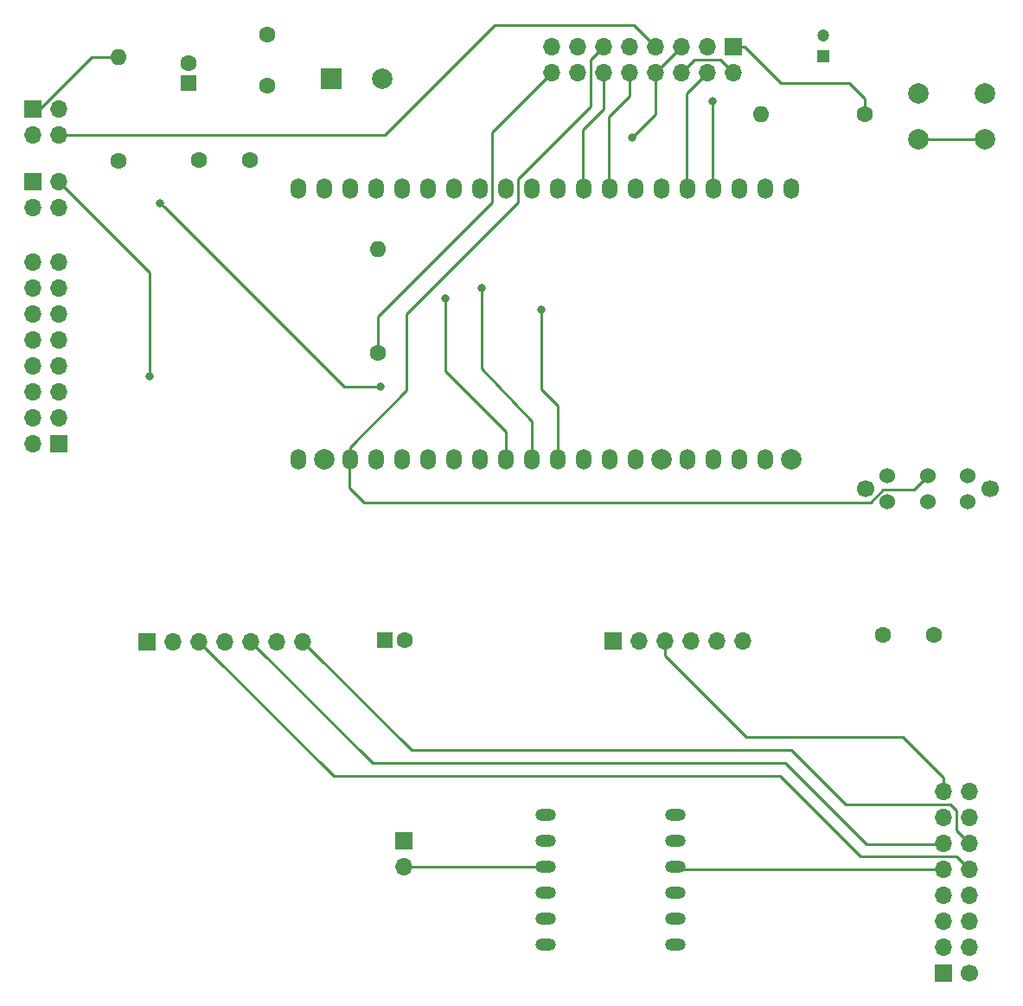
<source format=gbr>
G04 #@! TF.GenerationSoftware,KiCad,Pcbnew,(5.1.5)-3*
G04 #@! TF.CreationDate,2020-03-06T14:14:40-05:00*
G04 #@! TF.ProjectId,CombinedPnl_pcb-r1,436f6d62-696e-4656-9450-6e6c5f706362,rev?*
G04 #@! TF.SameCoordinates,Original*
G04 #@! TF.FileFunction,Copper,L1,Top*
G04 #@! TF.FilePolarity,Positive*
%FSLAX46Y46*%
G04 Gerber Fmt 4.6, Leading zero omitted, Abs format (unit mm)*
G04 Created by KiCad (PCBNEW (5.1.5)-3) date 2020-03-06 14:14:40*
%MOMM*%
%LPD*%
G04 APERTURE LIST*
%ADD10C,1.524000*%
%ADD11C,1.700000*%
%ADD12O,1.500000X2.000000*%
%ADD13C,2.000000*%
%ADD14C,1.600000*%
%ADD15O,1.600000X1.600000*%
%ADD16O,1.700000X1.700000*%
%ADD17R,1.700000X1.700000*%
%ADD18R,2.000000X2.000000*%
%ADD19C,1.200000*%
%ADD20R,1.200000X1.200000*%
%ADD21R,1.600000X1.600000*%
%ADD22O,2.000000X1.200000*%
%ADD23C,0.800000*%
%ADD24C,0.250000*%
G04 APERTURE END LIST*
D10*
X181710000Y-87480000D03*
X185616000Y-87480000D03*
X189522000Y-87480000D03*
X181710000Y-84940000D03*
X189522000Y-84940000D03*
X185616000Y-84940000D03*
D11*
X179520000Y-86210000D03*
X191712000Y-86210000D03*
D12*
X124020000Y-56770000D03*
X124020000Y-83320000D03*
X126560000Y-56770000D03*
D13*
X126560000Y-83320000D03*
D12*
X129100000Y-56770000D03*
X129100000Y-83320000D03*
X131640000Y-56770000D03*
X131640000Y-83320000D03*
X134180000Y-56770000D03*
X134180000Y-83320000D03*
X136720000Y-56770000D03*
X136720000Y-83320000D03*
X139260000Y-56770000D03*
X139260000Y-83320000D03*
X141800000Y-56770000D03*
X141800000Y-83320000D03*
X144340000Y-56770000D03*
X144340000Y-83320000D03*
X146880000Y-56770000D03*
X146880000Y-83320000D03*
X149420000Y-56770000D03*
X149420000Y-83320000D03*
X151960000Y-56770000D03*
X151960000Y-83320000D03*
X154500000Y-56770000D03*
X154500000Y-83320000D03*
X157040000Y-56770000D03*
X157040000Y-83320000D03*
X159580000Y-56770000D03*
D13*
X159580000Y-83320000D03*
D12*
X162120000Y-56770000D03*
X162120000Y-83320000D03*
X164660000Y-56770000D03*
X164660000Y-83320000D03*
X167200000Y-56770000D03*
X167200000Y-83320000D03*
X169740000Y-56770000D03*
X169740000Y-83320000D03*
X172280000Y-56770000D03*
D13*
X172280000Y-83320000D03*
X191250000Y-52000000D03*
X191250000Y-47500000D03*
X184750000Y-52000000D03*
X184750000Y-47500000D03*
D14*
X106426000Y-54102000D03*
D15*
X106426000Y-43942000D03*
D16*
X100584000Y-51562000D03*
X98044000Y-51562000D03*
X100584000Y-49022000D03*
D17*
X98044000Y-49022000D03*
D13*
X132250000Y-46000000D03*
D18*
X127250000Y-46000000D03*
D17*
X166624000Y-42926000D03*
D16*
X166624000Y-45466000D03*
X164084000Y-42926000D03*
X164084000Y-45466000D03*
X161544000Y-42926000D03*
X161544000Y-45466000D03*
X159004000Y-42926000D03*
X159004000Y-45466000D03*
X156464000Y-42926000D03*
X156464000Y-45466000D03*
X153924000Y-42926000D03*
X153924000Y-45466000D03*
X151384000Y-42926000D03*
X151384000Y-45466000D03*
X148844000Y-42926000D03*
X148844000Y-45466000D03*
X98044000Y-64008000D03*
X100584000Y-64008000D03*
X98044000Y-66548000D03*
X100584000Y-66548000D03*
X98044000Y-69088000D03*
X100584000Y-69088000D03*
X98044000Y-71628000D03*
X100584000Y-71628000D03*
X98044000Y-74168000D03*
X100584000Y-74168000D03*
X98044000Y-76708000D03*
X100584000Y-76708000D03*
X98044000Y-79248000D03*
X100584000Y-79248000D03*
X98044000Y-81788000D03*
D17*
X100584000Y-81788000D03*
X98044000Y-56134000D03*
D16*
X100584000Y-56134000D03*
X98044000Y-58674000D03*
X100584000Y-58674000D03*
D15*
X169340000Y-49530000D03*
D14*
X179500000Y-49530000D03*
D19*
X175400000Y-41800000D03*
D20*
X175400000Y-43800000D03*
D15*
X131826000Y-62738000D03*
D14*
X131826000Y-72898000D03*
X113284000Y-44482000D03*
D21*
X113284000Y-46482000D03*
D16*
X167513000Y-101092000D03*
X164973000Y-101092000D03*
X162433000Y-101092000D03*
X159893000Y-101092000D03*
X157353000Y-101092000D03*
D17*
X154813000Y-101092000D03*
D16*
X134366000Y-123190000D03*
D17*
X134366000Y-120650000D03*
D11*
X189738000Y-133604000D03*
D17*
X187198000Y-133604000D03*
D16*
X189738000Y-131064000D03*
X187198000Y-131064000D03*
X189738000Y-128524000D03*
X187198000Y-128524000D03*
X189738000Y-125984000D03*
X187198000Y-125984000D03*
X189738000Y-123444000D03*
X187198000Y-123444000D03*
X189738000Y-120904000D03*
X187198000Y-120904000D03*
X189738000Y-118364000D03*
X187198000Y-118364000D03*
X189738000Y-115824000D03*
X187198000Y-115824000D03*
X124460000Y-101139001D03*
X121920000Y-101139001D03*
X119380000Y-101139001D03*
X116840000Y-101139001D03*
X114300000Y-101139001D03*
X111760000Y-101139001D03*
D17*
X109220000Y-101139001D03*
D22*
X148270000Y-130830000D03*
X160970000Y-130830000D03*
X148270000Y-128290000D03*
X160970000Y-128290000D03*
X148270000Y-125750000D03*
X160970000Y-125750000D03*
X148270000Y-123210000D03*
X160970000Y-123210000D03*
X148270000Y-120670000D03*
X160970000Y-120670000D03*
X148270000Y-118130000D03*
X160970000Y-118130000D03*
D14*
X134461000Y-100965000D03*
D21*
X132461000Y-100965000D03*
D14*
X121000000Y-41750000D03*
X121000000Y-46750000D03*
X114250000Y-54000000D03*
X119250000Y-54000000D03*
X181250000Y-100500000D03*
X186250000Y-100500000D03*
D23*
X141986000Y-66548000D03*
X147827996Y-68616990D03*
X138430000Y-67564012D03*
X164592000Y-48260000D03*
X132080000Y-76200000D03*
X110490000Y-58202990D03*
X109474000Y-75184000D03*
X156718000Y-51816000D03*
D24*
X146880000Y-79570000D02*
X146880000Y-83320000D01*
X146812000Y-79502000D02*
X146880000Y-79570000D01*
X141986000Y-66548000D02*
X141986000Y-74442000D01*
X141986000Y-74442000D02*
X146812000Y-79502000D01*
X149420000Y-78046000D02*
X149420000Y-83320000D01*
X147827996Y-68616990D02*
X147827996Y-76453996D01*
X147827996Y-76453996D02*
X149420000Y-78046000D01*
X144340000Y-80586000D02*
X144340000Y-83320000D01*
X138430000Y-67564012D02*
X138430000Y-74676000D01*
X138430000Y-74676000D02*
X144340000Y-80586000D01*
X164592000Y-51054000D02*
X164592000Y-51054000D01*
X164592000Y-56896000D02*
X164592000Y-48260000D01*
X158154001Y-42076001D02*
X159004000Y-42926000D01*
X156878000Y-40800000D02*
X158154001Y-42076001D01*
X143213000Y-40800000D02*
X156878000Y-40800000D01*
X100584000Y-51562000D02*
X132451000Y-51562000D01*
X132451000Y-51562000D02*
X143213000Y-40800000D01*
X128487010Y-76200000D02*
X110889999Y-58602989D01*
X132080000Y-76200000D02*
X128487010Y-76200000D01*
X110889999Y-58602989D02*
X110490000Y-58202990D01*
X105294630Y-43942000D02*
X106426000Y-43942000D01*
X103808000Y-43942000D02*
X105294630Y-43942000D01*
X98044000Y-49022000D02*
X98728000Y-49022000D01*
X98728000Y-49022000D02*
X103808000Y-43942000D01*
X109474000Y-75184000D02*
X109474000Y-65024000D01*
X109474000Y-65024000D02*
X100584000Y-56134000D01*
X179500000Y-48000000D02*
X179500000Y-49530000D01*
X171280000Y-46482000D02*
X177982000Y-46482000D01*
X166624000Y-42926000D02*
X167724000Y-42926000D01*
X177982000Y-46482000D02*
X179500000Y-48000000D01*
X167724000Y-42926000D02*
X171280000Y-46482000D01*
X162814000Y-44196000D02*
X165354000Y-44196000D01*
X165354000Y-44196000D02*
X165774001Y-44616001D01*
X165774001Y-44616001D02*
X166624000Y-45466000D01*
X161544000Y-45466000D02*
X162814000Y-44196000D01*
X164084000Y-45466000D02*
X162052000Y-47498000D01*
X162052000Y-47498000D02*
X162052000Y-56896000D01*
X159004000Y-49530000D02*
X158242000Y-50292000D01*
X159004000Y-45466000D02*
X159004000Y-49530000D01*
X158242000Y-50292000D02*
X156718000Y-51816000D01*
X159853999Y-44616001D02*
X161544000Y-42926000D01*
X159004000Y-45466000D02*
X159853999Y-44616001D01*
X156464000Y-45466000D02*
X156464000Y-47752000D01*
X156464000Y-47752000D02*
X154432000Y-49784000D01*
X154432000Y-49784000D02*
X154432000Y-56896000D01*
X129100000Y-82070000D02*
X129100000Y-83320000D01*
X134620000Y-76550000D02*
X129100000Y-82070000D01*
X152654000Y-44196000D02*
X152654000Y-48771853D01*
X152654000Y-48771853D02*
X145542000Y-55883853D01*
X134620000Y-69088000D02*
X134620000Y-76550000D01*
X145542000Y-55883853D02*
X145542000Y-58166000D01*
X153924000Y-42926000D02*
X152654000Y-44196000D01*
X145542000Y-58166000D02*
X134620000Y-69088000D01*
X184854001Y-85701999D02*
X185616000Y-84940000D01*
X184306000Y-86250000D02*
X184854001Y-85701999D01*
X129032000Y-86086000D02*
X130446000Y-87500000D01*
X129032000Y-83586000D02*
X129032000Y-86086000D01*
X130446000Y-87500000D02*
X180040619Y-87500000D01*
X181290619Y-86250000D02*
X184306000Y-86250000D01*
X180040619Y-87500000D02*
X181290619Y-86250000D01*
X151892000Y-51054000D02*
X151892000Y-56896000D01*
X153924000Y-45466000D02*
X153924000Y-49022000D01*
X153924000Y-49022000D02*
X151892000Y-51054000D01*
X131826000Y-69342000D02*
X131826000Y-72898000D01*
X143002000Y-58166000D02*
X131826000Y-69342000D01*
X148844000Y-45466000D02*
X143002000Y-51308000D01*
X143002000Y-51308000D02*
X143002000Y-58166000D01*
X184750000Y-52000000D02*
X191250000Y-52000000D01*
X148336000Y-123190000D02*
X134366000Y-123190000D01*
X115149999Y-101989000D02*
X114300000Y-101139001D01*
X188468000Y-122174000D02*
X179070000Y-122174000D01*
X189738000Y-123444000D02*
X188468000Y-122174000D01*
X127460999Y-114300000D02*
X115149999Y-101989000D01*
X179070000Y-122174000D02*
X171196000Y-114300000D01*
X171196000Y-114300000D02*
X127460999Y-114300000D01*
X186944000Y-123190000D02*
X187198000Y-123444000D01*
X161204000Y-123444000D02*
X160970000Y-123210000D01*
X187198000Y-123444000D02*
X161204000Y-123444000D01*
X125309999Y-101989000D02*
X124460000Y-101139001D01*
X135080999Y-111760000D02*
X125309999Y-101989000D01*
X188468000Y-119634000D02*
X188468000Y-117681499D01*
X189738000Y-120904000D02*
X188468000Y-119634000D01*
X188468000Y-117681499D02*
X187880501Y-117094000D01*
X187880501Y-117094000D02*
X177594000Y-117094000D01*
X172260000Y-111760000D02*
X135080999Y-111760000D01*
X177594000Y-117094000D02*
X172260000Y-111760000D01*
X179674000Y-121000000D02*
X171704000Y-113030000D01*
X131270999Y-113030000D02*
X119380000Y-101139001D01*
X171704000Y-113030000D02*
X131270999Y-113030000D01*
X187198000Y-120904000D02*
X187102000Y-121000000D01*
X187102000Y-121000000D02*
X179674000Y-121000000D01*
X159893000Y-102489000D02*
X159893000Y-101092000D01*
X183240000Y-110490000D02*
X167894000Y-110490000D01*
X187198000Y-115824000D02*
X187198000Y-114448000D01*
X167894000Y-110490000D02*
X159893000Y-102489000D01*
X187198000Y-114448000D02*
X183240000Y-110490000D01*
M02*

</source>
